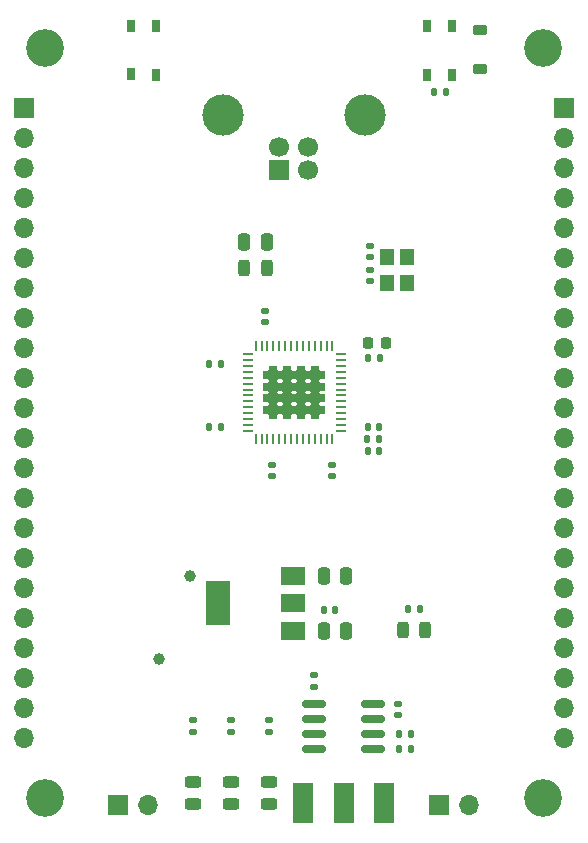
<source format=gbr>
%TF.GenerationSoftware,KiCad,Pcbnew,7.0.2-6a45011f42~172~ubuntu20.04.1*%
%TF.CreationDate,2023-04-23T15:23:27+07:00*%
%TF.ProjectId,EZ-USB-FX2LP-dev-board,455a2d55-5342-42d4-9658-324c502d6465,rev?*%
%TF.SameCoordinates,Original*%
%TF.FileFunction,Soldermask,Top*%
%TF.FilePolarity,Negative*%
%FSLAX46Y46*%
G04 Gerber Fmt 4.6, Leading zero omitted, Abs format (unit mm)*
G04 Created by KiCad (PCBNEW 7.0.2-6a45011f42~172~ubuntu20.04.1) date 2023-04-23 15:23:27*
%MOMM*%
%LPD*%
G01*
G04 APERTURE LIST*
G04 Aperture macros list*
%AMRoundRect*
0 Rectangle with rounded corners*
0 $1 Rounding radius*
0 $2 $3 $4 $5 $6 $7 $8 $9 X,Y pos of 4 corners*
0 Add a 4 corners polygon primitive as box body*
4,1,4,$2,$3,$4,$5,$6,$7,$8,$9,$2,$3,0*
0 Add four circle primitives for the rounded corners*
1,1,$1+$1,$2,$3*
1,1,$1+$1,$4,$5*
1,1,$1+$1,$6,$7*
1,1,$1+$1,$8,$9*
0 Add four rect primitives between the rounded corners*
20,1,$1+$1,$2,$3,$4,$5,0*
20,1,$1+$1,$4,$5,$6,$7,0*
20,1,$1+$1,$6,$7,$8,$9,0*
20,1,$1+$1,$8,$9,$2,$3,0*%
%AMFreePoly0*
4,1,17,0.300000,0.502500,0.435000,0.367500,0.500000,0.367500,0.500000,-0.367500,0.435000,-0.367500,0.300000,-0.502500,0.300000,-0.587500,-0.300000,-0.587500,-0.300000,-0.502500,-0.435000,-0.367500,-0.750000,-0.367500,-0.750000,0.367500,-0.435000,0.367500,-0.300000,0.502500,-0.300000,0.837549,0.300000,0.837549,0.300000,0.502500,0.300000,0.502500,$1*%
%AMFreePoly1*
4,1,17,0.300000,0.502500,0.435000,0.367500,0.500000,0.367500,0.500000,-0.367500,0.435000,-0.367500,0.300000,-0.502500,0.300000,-0.587500,-0.300000,-0.587500,-0.300000,-0.502500,-0.435000,-0.367500,-0.750000,-0.367500,-0.750000,0.367500,-0.435000,0.367500,-0.300000,0.502500,-0.300000,0.587500,0.300000,0.587500,0.300000,0.502500,0.300000,0.502500,$1*%
%AMFreePoly2*
4,1,17,0.300000,0.502500,0.435000,0.367500,0.500000,0.367500,0.500000,-0.367500,0.435000,-0.367500,0.300000,-0.502500,0.300000,-0.837549,-0.300000,-0.837549,-0.300000,-0.502500,-0.435000,-0.367500,-0.750000,-0.367500,-0.750000,0.367500,-0.435000,0.367500,-0.300000,0.502500,-0.300000,0.587500,0.300000,0.587500,0.300000,0.502500,0.300000,0.502500,$1*%
%AMFreePoly3*
4,1,17,0.300000,0.502500,0.435000,0.367500,0.500000,0.367500,0.500000,-0.367500,0.435000,-0.367500,0.300000,-0.502500,0.300000,-0.587500,-0.300000,-0.587500,-0.300000,-0.502500,-0.435000,-0.367500,-0.500000,-0.367500,-0.500000,0.367500,-0.435000,0.367500,-0.300000,0.502500,-0.300000,0.837549,0.300000,0.837549,0.300000,0.502500,0.300000,0.502500,$1*%
%AMFreePoly4*
4,1,17,0.300000,0.502500,0.435000,0.367500,0.500000,0.367500,0.500000,-0.367500,0.435000,-0.367500,0.300000,-0.502500,0.300000,-0.587500,-0.300000,-0.587500,-0.300000,-0.502500,-0.435000,-0.367500,-0.500000,-0.367500,-0.500000,0.367500,-0.435000,0.367500,-0.300000,0.502500,-0.300000,0.587500,0.300000,0.587500,0.300000,0.502500,0.300000,0.502500,$1*%
%AMFreePoly5*
4,1,17,0.300000,0.502500,0.435000,0.367500,0.500000,0.367500,0.500000,-0.367500,0.435000,-0.367500,0.300000,-0.502500,0.300000,-0.837549,-0.300000,-0.837549,-0.300000,-0.502500,-0.435000,-0.367500,-0.500000,-0.367500,-0.500000,0.367500,-0.435000,0.367500,-0.300000,0.502500,-0.300000,0.587500,0.300000,0.587500,0.300000,0.502500,0.300000,0.502500,$1*%
%AMFreePoly6*
4,1,17,0.300000,0.502500,0.435000,0.367500,0.750000,0.367500,0.750000,-0.367500,0.435000,-0.367500,0.300000,-0.502500,0.300000,-0.587500,-0.300000,-0.587500,-0.300000,-0.502500,-0.435000,-0.367500,-0.500000,-0.367500,-0.500000,0.367500,-0.435000,0.367500,-0.300000,0.502500,-0.300000,0.837549,0.300000,0.837549,0.300000,0.502500,0.300000,0.502500,$1*%
%AMFreePoly7*
4,1,17,0.300000,0.502500,0.435000,0.367500,0.750000,0.367500,0.750000,-0.367500,0.435000,-0.367500,0.300000,-0.502500,0.300000,-0.587500,-0.300000,-0.587500,-0.300000,-0.502500,-0.435000,-0.367500,-0.500000,-0.367500,-0.500000,0.367500,-0.435000,0.367500,-0.300000,0.502500,-0.300000,0.587500,0.300000,0.587500,0.300000,0.502500,0.300000,0.502500,$1*%
%AMFreePoly8*
4,1,17,0.300000,0.502500,0.435000,0.367500,0.750000,0.367500,0.750000,-0.367500,0.435000,-0.367500,0.300000,-0.502500,0.300000,-0.837549,-0.300000,-0.837549,-0.300000,-0.502500,-0.435000,-0.367500,-0.500000,-0.367500,-0.500000,0.367500,-0.435000,0.367500,-0.300000,0.502500,-0.300000,0.587500,0.300000,0.587500,0.300000,0.502500,0.300000,0.502500,$1*%
G04 Aperture macros list end*
%ADD10RoundRect,0.225000X0.375000X-0.225000X0.375000X0.225000X-0.375000X0.225000X-0.375000X-0.225000X0*%
%ADD11RoundRect,0.135000X-0.135000X-0.185000X0.135000X-0.185000X0.135000X0.185000X-0.135000X0.185000X0*%
%ADD12RoundRect,0.140000X-0.170000X0.140000X-0.170000X-0.140000X0.170000X-0.140000X0.170000X0.140000X0*%
%ADD13RoundRect,0.140000X-0.140000X-0.170000X0.140000X-0.170000X0.140000X0.170000X-0.140000X0.170000X0*%
%ADD14RoundRect,0.150000X-0.825000X-0.150000X0.825000X-0.150000X0.825000X0.150000X-0.825000X0.150000X0*%
%ADD15R,1.780000X3.430000*%
%ADD16RoundRect,0.250000X-0.250000X-0.475000X0.250000X-0.475000X0.250000X0.475000X-0.250000X0.475000X0*%
%ADD17R,1.700000X1.700000*%
%ADD18O,1.700000X1.700000*%
%ADD19RoundRect,0.140000X0.140000X0.170000X-0.140000X0.170000X-0.140000X-0.170000X0.140000X-0.170000X0*%
%ADD20R,2.000000X1.500000*%
%ADD21R,2.000000X3.800000*%
%ADD22RoundRect,0.243750X0.456250X-0.243750X0.456250X0.243750X-0.456250X0.243750X-0.456250X-0.243750X0*%
%ADD23RoundRect,0.250000X0.250000X0.475000X-0.250000X0.475000X-0.250000X-0.475000X0.250000X-0.475000X0*%
%ADD24RoundRect,0.140000X0.170000X-0.140000X0.170000X0.140000X-0.170000X0.140000X-0.170000X-0.140000X0*%
%ADD25RoundRect,0.243750X0.243750X0.456250X-0.243750X0.456250X-0.243750X-0.456250X0.243750X-0.456250X0*%
%ADD26RoundRect,0.135000X-0.185000X0.135000X-0.185000X-0.135000X0.185000X-0.135000X0.185000X0.135000X0*%
%ADD27RoundRect,0.135000X0.185000X-0.135000X0.185000X0.135000X-0.185000X0.135000X-0.185000X-0.135000X0*%
%ADD28C,3.200000*%
%ADD29RoundRect,0.225000X-0.225000X-0.250000X0.225000X-0.250000X0.225000X0.250000X-0.225000X0.250000X0*%
%ADD30RoundRect,0.135000X0.135000X0.185000X-0.135000X0.185000X-0.135000X-0.185000X0.135000X-0.185000X0*%
%ADD31FreePoly0,270.000000*%
%ADD32FreePoly1,270.000000*%
%ADD33FreePoly2,270.000000*%
%ADD34FreePoly3,270.000000*%
%ADD35FreePoly4,270.000000*%
%ADD36FreePoly5,270.000000*%
%ADD37FreePoly6,270.000000*%
%ADD38FreePoly7,270.000000*%
%ADD39FreePoly8,270.000000*%
%ADD40RoundRect,0.062500X-0.062500X0.375000X-0.062500X-0.375000X0.062500X-0.375000X0.062500X0.375000X0*%
%ADD41RoundRect,0.062500X-0.375000X0.062500X-0.375000X-0.062500X0.375000X-0.062500X0.375000X0.062500X0*%
%ADD42R,0.650000X1.050000*%
%ADD43C,1.000000*%
%ADD44C,1.700000*%
%ADD45C,3.500000*%
%ADD46RoundRect,0.243750X-0.243750X-0.456250X0.243750X-0.456250X0.243750X0.456250X-0.243750X0.456250X0*%
%ADD47R,1.200000X1.400000*%
G04 APERTURE END LIST*
D10*
%TO.C,D5*%
X158521400Y-72112500D03*
X158521400Y-68812500D03*
%TD*%
D11*
%TO.C,R8*%
X154607800Y-73990200D03*
X155627800Y-73990200D03*
%TD*%
D12*
%TO.C,C5*%
X140893800Y-105589400D03*
X140893800Y-106549400D03*
%TD*%
D13*
%TO.C,C4*%
X149075200Y-96520000D03*
X150035200Y-96520000D03*
%TD*%
D14*
%TO.C,U2*%
X144502100Y-125831600D03*
X144502100Y-127101600D03*
X144502100Y-128371600D03*
X144502100Y-129641600D03*
X149452100Y-129641600D03*
X149452100Y-128371600D03*
X149452100Y-127101600D03*
X149452100Y-125831600D03*
%TD*%
D15*
%TO.C,TP2*%
X146989800Y-134188200D03*
%TD*%
D16*
%TO.C,C10*%
X145332200Y-115022600D03*
X147232200Y-115022600D03*
%TD*%
D17*
%TO.C,J2*%
X155059500Y-134426900D03*
D18*
X157599500Y-134426900D03*
%TD*%
D19*
%TO.C,C8*%
X136598600Y-97053400D03*
X135638600Y-97053400D03*
%TD*%
D20*
%TO.C,U3*%
X142697600Y-119622600D03*
X142697600Y-117322600D03*
D21*
X136397600Y-117322600D03*
D20*
X142697600Y-115022600D03*
%TD*%
D22*
%TO.C,D2*%
X140677900Y-134338300D03*
X140677900Y-132463300D03*
%TD*%
D19*
%TO.C,C9*%
X136598600Y-102362000D03*
X135638600Y-102362000D03*
%TD*%
D23*
%TO.C,C14*%
X140472200Y-86715600D03*
X138572200Y-86715600D03*
%TD*%
D24*
%TO.C,C1*%
X149250400Y-90037800D03*
X149250400Y-89077800D03*
%TD*%
D25*
%TO.C,D1*%
X153870900Y-119608600D03*
X151995900Y-119608600D03*
%TD*%
D26*
%TO.C,R1*%
X144502100Y-123391200D03*
X144502100Y-124411200D03*
%TD*%
D17*
%TO.C,J4*%
X165657600Y-75340900D03*
D18*
X165657600Y-77880900D03*
X165657600Y-80420900D03*
X165657600Y-82960900D03*
X165657600Y-85500900D03*
X165657600Y-88040900D03*
X165657600Y-90580900D03*
X165657600Y-93120900D03*
X165657600Y-95660900D03*
X165657600Y-98200900D03*
X165657600Y-100740900D03*
X165657600Y-103280900D03*
X165657600Y-105820900D03*
X165657600Y-108360900D03*
X165657600Y-110900900D03*
X165657600Y-113440900D03*
X165657600Y-115980900D03*
X165657600Y-118520900D03*
X165657600Y-121060900D03*
X165657600Y-123600900D03*
X165657600Y-126140900D03*
X165657600Y-128680900D03*
%TD*%
D17*
%TO.C,J6*%
X119937600Y-75340900D03*
D18*
X119937600Y-77880900D03*
X119937600Y-80420900D03*
X119937600Y-82960900D03*
X119937600Y-85500900D03*
X119937600Y-88040900D03*
X119937600Y-90580900D03*
X119937600Y-93120900D03*
X119937600Y-95660900D03*
X119937600Y-98200900D03*
X119937600Y-100740900D03*
X119937600Y-103280900D03*
X119937600Y-105820900D03*
X119937600Y-108360900D03*
X119937600Y-110900900D03*
X119937600Y-113440900D03*
X119937600Y-115980900D03*
X119937600Y-118520900D03*
X119937600Y-121060900D03*
X119937600Y-123600900D03*
X119937600Y-126140900D03*
X119937600Y-128680900D03*
%TD*%
D13*
%TO.C,C6*%
X149049800Y-104444800D03*
X150009800Y-104444800D03*
%TD*%
D27*
%TO.C,R7*%
X134277100Y-128219200D03*
X134277100Y-127199200D03*
%TD*%
D28*
%TO.C,H4*%
X121737600Y-133760900D03*
%TD*%
D29*
%TO.C,C15*%
X149072600Y-95300800D03*
X150622600Y-95300800D03*
%TD*%
D30*
%TO.C,R3*%
X152668700Y-128371600D03*
X151648700Y-128371600D03*
%TD*%
D16*
%TO.C,C12*%
X145332200Y-119622600D03*
X147232200Y-119622600D03*
%TD*%
D27*
%TO.C,R5*%
X140677900Y-128221200D03*
X140677900Y-127201200D03*
%TD*%
D31*
%TO.C,U1*%
X144560100Y-97965900D03*
D32*
X143385100Y-97965900D03*
X142210100Y-97965900D03*
D33*
X141035100Y-97965900D03*
D34*
X144560100Y-98965900D03*
D35*
X143385100Y-98965900D03*
X142210100Y-98965900D03*
D36*
X141035100Y-98965900D03*
D34*
X144560100Y-99965900D03*
D35*
X143385100Y-99965900D03*
X142210100Y-99965900D03*
D36*
X141035100Y-99965900D03*
D37*
X144560100Y-100965900D03*
D38*
X143385100Y-100965900D03*
X142210100Y-100965900D03*
D39*
X141035100Y-100965900D03*
D40*
X146047600Y-95528400D03*
X145547600Y-95528400D03*
X145047600Y-95528400D03*
X144547600Y-95528400D03*
X144047600Y-95528400D03*
X143547600Y-95528400D03*
X143047600Y-95528400D03*
X142547600Y-95528400D03*
X142047600Y-95528400D03*
X141547600Y-95528400D03*
X141047600Y-95528400D03*
X140547600Y-95528400D03*
X140047600Y-95528400D03*
X139547600Y-95528400D03*
D41*
X138860100Y-96215900D03*
X138860100Y-96715900D03*
X138860100Y-97215900D03*
X138860100Y-97715900D03*
X138860100Y-98215900D03*
X138860100Y-98715900D03*
X138860100Y-99215900D03*
X138860100Y-99715900D03*
X138860100Y-100215900D03*
X138860100Y-100715900D03*
X138860100Y-101215900D03*
X138860100Y-101715900D03*
X138860100Y-102215900D03*
X138860100Y-102715900D03*
D40*
X139547600Y-103403400D03*
X140047600Y-103403400D03*
X140547600Y-103403400D03*
X141047600Y-103403400D03*
X141547600Y-103403400D03*
X142047600Y-103403400D03*
X142547600Y-103403400D03*
X143047600Y-103403400D03*
X143547600Y-103403400D03*
X144047600Y-103403400D03*
X144547600Y-103403400D03*
X145047600Y-103403400D03*
X145547600Y-103403400D03*
X146047600Y-103403400D03*
D41*
X146735100Y-102715900D03*
X146735100Y-102215900D03*
X146735100Y-101715900D03*
X146735100Y-101215900D03*
X146735100Y-100715900D03*
X146735100Y-100215900D03*
X146735100Y-99715900D03*
X146735100Y-99215900D03*
X146735100Y-98715900D03*
X146735100Y-98215900D03*
X146735100Y-97715900D03*
X146735100Y-97215900D03*
X146735100Y-96715900D03*
X146735100Y-96215900D03*
%TD*%
D15*
%TO.C,TP1*%
X150431500Y-134188200D03*
%TD*%
D22*
%TO.C,D4*%
X134277100Y-134338300D03*
X134277100Y-132463300D03*
%TD*%
D12*
%TO.C,C13*%
X146047600Y-105589400D03*
X146047600Y-106549400D03*
%TD*%
D28*
%TO.C,H1*%
X163857600Y-70260900D03*
%TD*%
D22*
%TO.C,D3*%
X137477500Y-134334600D03*
X137477500Y-132459600D03*
%TD*%
D24*
%TO.C,C7*%
X140309600Y-93519200D03*
X140309600Y-92559200D03*
%TD*%
D28*
%TO.C,H3*%
X163857600Y-133760900D03*
%TD*%
%TO.C,H2*%
X121737600Y-70260900D03*
%TD*%
D12*
%TO.C,C3*%
X151625300Y-125831600D03*
X151625300Y-126791600D03*
%TD*%
D30*
%TO.C,R10*%
X150014400Y-103403400D03*
X148994400Y-103403400D03*
%TD*%
D42*
%TO.C,SW2*%
X131123000Y-68410000D03*
X131123000Y-72560000D03*
X128973000Y-68410000D03*
X128973000Y-72535000D03*
%TD*%
D43*
%TO.C,TP4*%
X131394200Y-122021600D03*
%TD*%
%TO.C,TP5*%
X133959600Y-114960400D03*
%TD*%
D13*
%TO.C,C16*%
X149024400Y-102362000D03*
X149984400Y-102362000D03*
%TD*%
D42*
%TO.C,SW1*%
X154042800Y-72560000D03*
X154042800Y-68410000D03*
X156192800Y-72560000D03*
X156192800Y-68435000D03*
%TD*%
D17*
%TO.C,J1*%
X141518000Y-80663800D03*
D44*
X144018000Y-80663800D03*
X144018000Y-78663800D03*
X141518000Y-78663800D03*
D45*
X136748000Y-75953800D03*
X148788000Y-75953800D03*
%TD*%
D30*
%TO.C,R2*%
X152668700Y-129641600D03*
X151648700Y-129641600D03*
%TD*%
D12*
%TO.C,C2*%
X149250400Y-87025600D03*
X149250400Y-87985600D03*
%TD*%
D46*
%TO.C,F1*%
X138597200Y-88950800D03*
X140472200Y-88950800D03*
%TD*%
D27*
%TO.C,R6*%
X137477500Y-128219200D03*
X137477500Y-127199200D03*
%TD*%
D15*
%TO.C,TP3*%
X143548100Y-134188200D03*
%TD*%
D13*
%TO.C,C11*%
X145332200Y-117881400D03*
X146292200Y-117881400D03*
%TD*%
D17*
%TO.C,J3*%
X127899500Y-134426900D03*
D18*
X130439500Y-134426900D03*
%TD*%
D47*
%TO.C,Y1*%
X150661000Y-87977800D03*
X150661000Y-90177800D03*
X152361000Y-90177800D03*
X152361000Y-87977800D03*
%TD*%
D30*
%TO.C,R4*%
X153443400Y-117779800D03*
X152423400Y-117779800D03*
%TD*%
M02*

</source>
